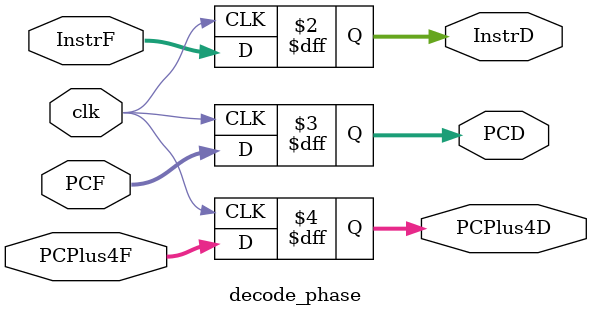
<source format=sv>
module decode_phase (
    input clk,
    input  logic [31:0] InstrF,PCF,PCPlus4F,
    output  logic [31:0] InstrD,PCD,PCPlus4D
);
   always_ff @(posedge clk)
    begin
        InstrD <= InstrF;
        PCD<=PCF;
        PCPlus4D <= PCPlus4F;
    end
endmodule

</source>
